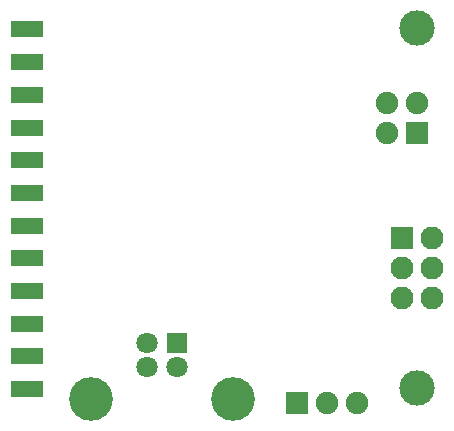
<source format=gbr>
G04 DipTrace 3.0.0.0*
G04 BottomMask.gbr*
%MOMM*%
G04 #@! TF.FileFunction,Soldermask,Bot*
G04 #@! TF.Part,Single*
%ADD36C,3.0*%
%ADD48C,1.9*%
%ADD50R,1.9X1.9*%
%ADD52C,1.95*%
%ADD54R,1.95X1.95*%
%ADD56R,2.74X1.47*%
%ADD58C,3.7*%
%ADD60C,1.8*%
%ADD62R,1.8X1.8*%
%FSLAX35Y35*%
G04*
G71*
G90*
G75*
G01*
G04 BotMask*
%LPD*%
D62*
X2524000Y1889000D3*
D60*
X2274000D3*
Y1689000D3*
X2524000D3*
D58*
X1797000Y1418000D3*
X3001000D3*
D56*
X1254000Y4545840D3*
Y4268980D3*
Y3992120D3*
Y3715260D3*
Y3438400D3*
Y3161540D3*
Y2884680D3*
Y2607820D3*
Y2330960D3*
Y2054100D3*
Y1777240D3*
Y1500380D3*
D54*
X4429000Y2778000D3*
D52*
Y2524000D3*
Y2270000D3*
X4683000D3*
Y2524000D3*
Y2778000D3*
D50*
X4556000Y3667000D3*
D48*
X4302000D3*
X4556000Y3921000D3*
X4302000D3*
D50*
X3540000Y1381000D3*
D48*
X3794000D3*
X4048000D3*
D36*
X4556000Y1508000D3*
Y4556000D3*
M02*

</source>
